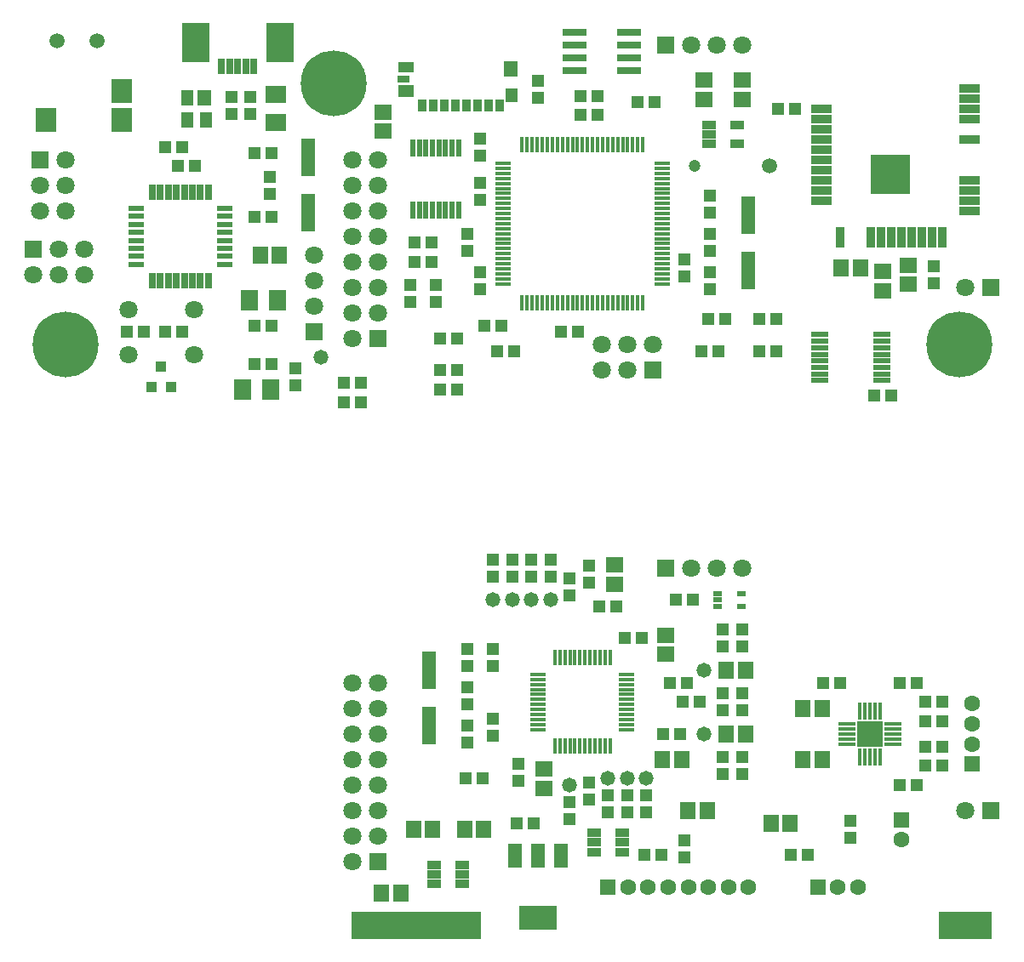
<source format=gts>
G04 #@! TF.GenerationSoftware,KiCad,Pcbnew,5.0.0-fee4fd1~65~ubuntu17.10.1*
G04 #@! TF.CreationDate,2018-10-29T15:17:38-04:00*
G04 #@! TF.ProjectId,panel,70616E656C2E6B696361645F70636200,B*
G04 #@! TF.SameCoordinates,Original*
G04 #@! TF.FileFunction,Soldermask,Top*
G04 #@! TF.FilePolarity,Negative*
%FSLAX46Y46*%
G04 Gerber Fmt 4.6, Leading zero omitted, Abs format (unit mm)*
G04 Created by KiCad (PCBNEW 5.0.0-fee4fd1~65~ubuntu17.10.1) date Mon Oct 29 15:17:38 2018*
%MOMM*%
%LPD*%
G01*
G04 APERTURE LIST*
%ADD10R,3.903200X3.903200*%
%ADD11R,2.108200X0.838200*%
%ADD12R,0.838200X2.108200*%
%ADD13R,0.903200X1.203200*%
%ADD14R,1.603200X1.303200*%
%ADD15R,1.203200X0.803200*%
%ADD16R,1.603200X1.103200*%
%ADD17R,1.203200X1.403200*%
%ADD18R,1.450000X1.500000*%
%ADD19R,1.003200X1.103200*%
%ADD20R,1.503200X1.703200*%
%ADD21R,1.303200X1.203200*%
%ADD22C,1.803200*%
%ADD23R,1.203200X1.303200*%
%ADD24R,1.803200X1.803200*%
%ADD25C,6.553200*%
%ADD26R,0.560000X1.660000*%
%ADD27R,1.660000X0.560000*%
%ADD28R,1.403200X3.703200*%
%ADD29R,2.703200X4.003200*%
%ADD30R,0.703200X1.603200*%
%ADD31R,2.003200X2.403200*%
%ADD32C,1.503200*%
%ADD33R,2.403200X0.803200*%
%ADD34R,1.600000X0.600000*%
%ADD35R,0.700000X1.600000*%
%ADD36R,1.560000X0.410000*%
%ADD37R,0.410000X1.560000*%
%ADD38R,1.703200X1.503200*%
%ADD39R,1.403200X0.853200*%
%ADD40R,1.803200X2.003200*%
%ADD41C,1.203200*%
%ADD42C,1.473200*%
%ADD43R,1.203200X1.643200*%
%ADD44R,1.403200X1.643200*%
%ADD45R,2.003200X1.803200*%
%ADD46R,0.960000X0.560000*%
%ADD47R,1.422400X2.438400*%
%ADD48R,3.803200X2.403200*%
%ADD49C,1.603200*%
%ADD50R,1.603200X1.603200*%
%ADD51R,5.283200X2.743200*%
%ADD52R,12.903200X2.743200*%
%ADD53R,1.360000X0.810000*%
%ADD54R,1.660000X0.390000*%
%ADD55R,0.390000X1.660000*%
%ADD56R,2.603200X2.603200*%
G04 APERTURE END LIST*
D10*
G04 #@! TO.C,U4*
X162077400Y-59258200D03*
D11*
X155194000Y-61849000D03*
X155194000Y-60833000D03*
X155194000Y-59817000D03*
X155194000Y-58801000D03*
X155194000Y-57785000D03*
X155194000Y-56769000D03*
X155194000Y-55753000D03*
X155194000Y-54737000D03*
X155194000Y-53721000D03*
X155194000Y-52705000D03*
D12*
X157099000Y-65532000D03*
X160147000Y-65532000D03*
X161163000Y-65532000D03*
X162179000Y-65532000D03*
X163195000Y-65532000D03*
X164211000Y-65532000D03*
X165227000Y-65532000D03*
X166243000Y-65532000D03*
X167259000Y-65532000D03*
D11*
X169926000Y-62865000D03*
X169926000Y-61849000D03*
X169926000Y-60833000D03*
X169926000Y-59817000D03*
X169926000Y-55753000D03*
X169926000Y-53721000D03*
X169926000Y-52705000D03*
X169926000Y-51689000D03*
X169926000Y-50673000D03*
G04 #@! TD*
D13*
G04 #@! TO.C,J5*
X115530000Y-52410000D03*
X116630000Y-52410000D03*
X117730000Y-52410000D03*
X118830000Y-52410000D03*
X119930000Y-52410000D03*
X121030000Y-52410000D03*
X122130000Y-52410000D03*
X123230000Y-52410000D03*
D14*
X113880000Y-50910000D03*
D15*
X113680000Y-49760000D03*
D16*
X113880000Y-48610000D03*
D17*
X124380000Y-51350000D03*
D18*
X124305000Y-48760000D03*
G04 #@! TD*
D19*
G04 #@! TO.C,Q1*
X88535000Y-80375000D03*
X90535000Y-80375000D03*
X89535000Y-78375000D03*
G04 #@! TD*
D20*
G04 #@! TO.C,C4*
X99380000Y-67310000D03*
X101280000Y-67310000D03*
G04 #@! TD*
D21*
G04 #@! TO.C,R24*
X122975000Y-76835000D03*
X124675000Y-76835000D03*
G04 #@! TD*
D22*
G04 #@! TO.C,SW1*
X92785000Y-72680000D03*
X86285000Y-72680000D03*
X86285000Y-77180000D03*
X92785000Y-77180000D03*
G04 #@! TD*
D23*
G04 #@! TO.C,C13*
X102870000Y-80225000D03*
X102870000Y-78525000D03*
G04 #@! TD*
D22*
G04 #@! TO.C,J12*
X169545000Y-70485000D03*
D24*
X172085000Y-70485000D03*
G04 #@! TD*
D25*
G04 #@! TO.C,H2*
X168910000Y-76200000D03*
G04 #@! TD*
G04 #@! TO.C,H3*
X106680000Y-50165000D03*
G04 #@! TD*
G04 #@! TO.C,H1*
X80010000Y-76200000D03*
G04 #@! TD*
D26*
G04 #@! TO.C,U7*
X114565000Y-56590000D03*
X115215000Y-56590000D03*
X115865000Y-56590000D03*
X116515000Y-56590000D03*
X117165000Y-56590000D03*
X117815000Y-56590000D03*
X118465000Y-56590000D03*
X119115000Y-56590000D03*
X114565000Y-62790000D03*
X115215000Y-62790000D03*
X115865000Y-62790000D03*
X116515000Y-62790000D03*
X117165000Y-62790000D03*
X117815000Y-62790000D03*
X118465000Y-62790000D03*
X119115000Y-62790000D03*
G04 #@! TD*
D27*
G04 #@! TO.C,U5*
X161215000Y-75195000D03*
X161215000Y-75845000D03*
X161215000Y-76495000D03*
X161215000Y-77145000D03*
X161215000Y-77795000D03*
X161215000Y-78445000D03*
X161215000Y-79095000D03*
X161215000Y-79745000D03*
X155015000Y-75195000D03*
X155015000Y-75845000D03*
X155015000Y-76495000D03*
X155015000Y-77145000D03*
X155015000Y-77795000D03*
X155015000Y-78445000D03*
X155015000Y-79095000D03*
X155015000Y-79745000D03*
G04 #@! TD*
D28*
G04 #@! TO.C,Y2*
X147955000Y-68790000D03*
X147955000Y-63290000D03*
G04 #@! TD*
G04 #@! TO.C,Y1*
X104140000Y-57575000D03*
X104140000Y-63075000D03*
G04 #@! TD*
D29*
G04 #@! TO.C,J2*
X101355000Y-46110000D03*
X92955000Y-46110000D03*
D30*
X95555000Y-48510000D03*
X98755000Y-48510000D03*
X97955000Y-48510000D03*
X96355000Y-48510000D03*
X97155000Y-48510000D03*
G04 #@! TD*
D31*
G04 #@! TO.C,J1*
X85645000Y-50910000D03*
X85645000Y-53810000D03*
X78045000Y-53810000D03*
D32*
X83145000Y-45910000D03*
X79145000Y-45910000D03*
G04 #@! TD*
D33*
G04 #@! TO.C,U2*
X136050000Y-48895000D03*
X136050000Y-47625000D03*
X136050000Y-45085000D03*
X130650000Y-48895000D03*
X130650000Y-47625000D03*
X130650000Y-45085000D03*
X136050000Y-46355000D03*
X130650000Y-46355000D03*
G04 #@! TD*
D34*
G04 #@! TO.C,U3*
X95840000Y-62605000D03*
X95840000Y-63405000D03*
X95840000Y-64205000D03*
X95840000Y-65005000D03*
X95840000Y-65805000D03*
X95840000Y-66605000D03*
X95840000Y-67405000D03*
X95840000Y-68205000D03*
D35*
X94240000Y-69805000D03*
X93440000Y-69805000D03*
X92640000Y-69805000D03*
X91840000Y-69805000D03*
X91040000Y-69805000D03*
X90240000Y-69805000D03*
X89440000Y-69805000D03*
X88640000Y-69805000D03*
D34*
X87040000Y-68205000D03*
X87040000Y-67405000D03*
X87040000Y-66605000D03*
X87040000Y-65805000D03*
X87040000Y-65005000D03*
X87040000Y-64205000D03*
X87040000Y-63405000D03*
X87040000Y-62605000D03*
D35*
X88640000Y-61005000D03*
X89440000Y-61005000D03*
X90240000Y-61005000D03*
X91040000Y-61005000D03*
X91840000Y-61005000D03*
X92640000Y-61005000D03*
X93440000Y-61005000D03*
X94240000Y-61005000D03*
G04 #@! TD*
D36*
G04 #@! TO.C,U1*
X123545000Y-70135000D03*
X123545000Y-69635000D03*
X123545000Y-69135000D03*
X123545000Y-68635000D03*
X123545000Y-68135000D03*
X123545000Y-67635000D03*
X123545000Y-67135000D03*
X123545000Y-66635000D03*
X123545000Y-66135000D03*
X123545000Y-65635000D03*
X123545000Y-65135000D03*
X123545000Y-64635000D03*
X123545000Y-64135000D03*
X123545000Y-63635000D03*
X123545000Y-63135000D03*
X123545000Y-62635000D03*
X123545000Y-62135000D03*
X123545000Y-61635000D03*
X123545000Y-61135000D03*
X123545000Y-60635000D03*
X123545000Y-60135000D03*
X123545000Y-59635000D03*
X123545000Y-59135000D03*
X123545000Y-58635000D03*
X123545000Y-58135000D03*
D37*
X125445000Y-56235000D03*
X125945000Y-56235000D03*
X126445000Y-56235000D03*
X126945000Y-56235000D03*
X127445000Y-56235000D03*
X127945000Y-56235000D03*
X128445000Y-56235000D03*
X128945000Y-56235000D03*
X129445000Y-56235000D03*
X129945000Y-56235000D03*
X130445000Y-56235000D03*
X130945000Y-56235000D03*
X131445000Y-56235000D03*
X131945000Y-56235000D03*
X132445000Y-56235000D03*
X132945000Y-56235000D03*
X133445000Y-56235000D03*
X133945000Y-56235000D03*
X134445000Y-56235000D03*
X134945000Y-56235000D03*
X135445000Y-56235000D03*
X135945000Y-56235000D03*
X136445000Y-56235000D03*
X136945000Y-56235000D03*
X137445000Y-56235000D03*
D36*
X139345000Y-58135000D03*
X139345000Y-58635000D03*
X139345000Y-59135000D03*
X139345000Y-59635000D03*
X139345000Y-60135000D03*
X139345000Y-60635000D03*
X139345000Y-61135000D03*
X139345000Y-61635000D03*
X139345000Y-62135000D03*
X139345000Y-62635000D03*
X139345000Y-63135000D03*
X139345000Y-63635000D03*
X139345000Y-64135000D03*
X139345000Y-64635000D03*
X139345000Y-65135000D03*
X139345000Y-65635000D03*
X139345000Y-66135000D03*
X139345000Y-66635000D03*
X139345000Y-67135000D03*
X139345000Y-67635000D03*
X139345000Y-68135000D03*
X139345000Y-68635000D03*
X139345000Y-69135000D03*
X139345000Y-69635000D03*
X139345000Y-70135000D03*
D37*
X137445000Y-72035000D03*
X136945000Y-72035000D03*
X136445000Y-72035000D03*
X135945000Y-72035000D03*
X135445000Y-72035000D03*
X134945000Y-72035000D03*
X134445000Y-72035000D03*
X133945000Y-72035000D03*
X133445000Y-72035000D03*
X132945000Y-72035000D03*
X132445000Y-72035000D03*
X131945000Y-72035000D03*
X131445000Y-72035000D03*
X130945000Y-72035000D03*
X130445000Y-72035000D03*
X129945000Y-72035000D03*
X129445000Y-72035000D03*
X128945000Y-72035000D03*
X128445000Y-72035000D03*
X127945000Y-72035000D03*
X127445000Y-72035000D03*
X126945000Y-72035000D03*
X126445000Y-72035000D03*
X125945000Y-72035000D03*
X125445000Y-72035000D03*
G04 #@! TD*
D23*
G04 #@! TO.C,C26*
X121285000Y-61810000D03*
X121285000Y-60110000D03*
G04 #@! TD*
D21*
G04 #@! TO.C,C25*
X131230000Y-53340000D03*
X132930000Y-53340000D03*
G04 #@! TD*
D23*
G04 #@! TO.C,R8*
X144145000Y-66890000D03*
X144145000Y-65190000D03*
G04 #@! TD*
G04 #@! TO.C,R7*
X100330000Y-61175000D03*
X100330000Y-59475000D03*
G04 #@! TD*
D21*
G04 #@! TO.C,R5*
X98845000Y-74295000D03*
X100545000Y-74295000D03*
G04 #@! TD*
D23*
G04 #@! TO.C,R4*
X96520000Y-53237500D03*
X96520000Y-51537500D03*
G04 #@! TD*
G04 #@! TO.C,R3*
X98425000Y-51537500D03*
X98425000Y-53237500D03*
G04 #@! TD*
D24*
G04 #@! TO.C,J10*
X77470000Y-57785000D03*
D22*
X80010000Y-57785000D03*
X77470000Y-60325000D03*
X80010000Y-60325000D03*
X77470000Y-62865000D03*
X80010000Y-62865000D03*
G04 #@! TD*
D38*
G04 #@! TO.C,C20*
X147320000Y-51750000D03*
X147320000Y-49850000D03*
G04 #@! TD*
G04 #@! TO.C,C19*
X143510000Y-49850000D03*
X143510000Y-51750000D03*
G04 #@! TD*
D39*
G04 #@! TO.C,U6*
X144015000Y-54295000D03*
X144015000Y-55245000D03*
X144015000Y-56195000D03*
X146815000Y-56195000D03*
X146815000Y-54295000D03*
G04 #@! TD*
D22*
G04 #@! TO.C,J7*
X133350000Y-76200000D03*
X133350000Y-78740000D03*
X135890000Y-76200000D03*
X135890000Y-78740000D03*
X138430000Y-76200000D03*
D24*
X138430000Y-78740000D03*
G04 #@! TD*
D21*
G04 #@! TO.C,C12*
X118960000Y-80645000D03*
X117260000Y-80645000D03*
G04 #@! TD*
D22*
G04 #@! TO.C,J3*
X147320000Y-46355000D03*
X144780000Y-46355000D03*
X142240000Y-46355000D03*
D24*
X139700000Y-46355000D03*
G04 #@! TD*
D21*
G04 #@! TO.C,C1*
X98845000Y-57150000D03*
X100545000Y-57150000D03*
G04 #@! TD*
G04 #@! TO.C,C2*
X98845000Y-63500000D03*
X100545000Y-63500000D03*
G04 #@! TD*
G04 #@! TO.C,C5*
X91655000Y-56515000D03*
X89955000Y-56515000D03*
G04 #@! TD*
G04 #@! TO.C,C6*
X98845000Y-78105000D03*
X100545000Y-78105000D03*
G04 #@! TD*
D23*
G04 #@! TO.C,C7*
X144145000Y-70700000D03*
X144145000Y-69000000D03*
G04 #@! TD*
G04 #@! TO.C,C8*
X144145000Y-61380000D03*
X144145000Y-63080000D03*
G04 #@! TD*
D21*
G04 #@! TO.C,C9*
X162140000Y-81280000D03*
X160440000Y-81280000D03*
G04 #@! TD*
D23*
G04 #@! TO.C,C10*
X141605000Y-69430000D03*
X141605000Y-67730000D03*
G04 #@! TD*
D22*
G04 #@! TO.C,J4*
X81915000Y-69215000D03*
X81915000Y-66675000D03*
X79375000Y-69215000D03*
X79375000Y-66675000D03*
X76835000Y-69215000D03*
D24*
X76835000Y-66675000D03*
G04 #@! TD*
D22*
G04 #@! TO.C,J9*
X108585000Y-57785000D03*
X111125000Y-57785000D03*
X108585000Y-60325000D03*
X111125000Y-60325000D03*
X108585000Y-62865000D03*
X111125000Y-62865000D03*
X108585000Y-65405000D03*
X111125000Y-65405000D03*
X108585000Y-67945000D03*
X111125000Y-67945000D03*
X108585000Y-70485000D03*
X111125000Y-70485000D03*
X108585000Y-73025000D03*
X111125000Y-73025000D03*
X108585000Y-75565000D03*
D24*
X111125000Y-75565000D03*
G04 #@! TD*
D21*
G04 #@! TO.C,R10*
X150915000Y-52705000D03*
X152615000Y-52705000D03*
G04 #@! TD*
G04 #@! TO.C,C11*
X92925000Y-58420000D03*
X91225000Y-58420000D03*
G04 #@! TD*
G04 #@! TO.C,R6*
X107735000Y-80010000D03*
X109435000Y-80010000D03*
G04 #@! TD*
G04 #@! TO.C,R9*
X117260000Y-78740000D03*
X118960000Y-78740000D03*
G04 #@! TD*
G04 #@! TO.C,R11*
X136945000Y-52070000D03*
X138645000Y-52070000D03*
G04 #@! TD*
D23*
G04 #@! TO.C,C15*
X166370000Y-68365000D03*
X166370000Y-70065000D03*
G04 #@! TD*
D38*
G04 #@! TO.C,C16*
X161290000Y-68900000D03*
X161290000Y-70800000D03*
G04 #@! TD*
G04 #@! TO.C,C18*
X163830000Y-68265000D03*
X163830000Y-70165000D03*
G04 #@! TD*
D21*
G04 #@! TO.C,R12*
X143295000Y-76835000D03*
X144995000Y-76835000D03*
G04 #@! TD*
G04 #@! TO.C,R13*
X149010000Y-73660000D03*
X150710000Y-73660000D03*
G04 #@! TD*
G04 #@! TO.C,R14*
X150710000Y-76835000D03*
X149010000Y-76835000D03*
G04 #@! TD*
D20*
G04 #@! TO.C,C17*
X157165000Y-68580000D03*
X159065000Y-68580000D03*
G04 #@! TD*
D38*
G04 #@! TO.C,C21*
X111633000Y-54925000D03*
X111633000Y-53025000D03*
G04 #@! TD*
D21*
G04 #@! TO.C,R15*
X114720000Y-67945000D03*
X116420000Y-67945000D03*
G04 #@! TD*
D23*
G04 #@! TO.C,R16*
X120015000Y-66890000D03*
X120015000Y-65190000D03*
G04 #@! TD*
D21*
G04 #@! TO.C,R17*
X114720000Y-66040000D03*
X116420000Y-66040000D03*
G04 #@! TD*
G04 #@! TO.C,R18*
X143930000Y-73660000D03*
X145630000Y-73660000D03*
G04 #@! TD*
G04 #@! TO.C,C22*
X131025000Y-74930000D03*
X129325000Y-74930000D03*
G04 #@! TD*
D23*
G04 #@! TO.C,C23*
X121285000Y-69000000D03*
X121285000Y-70700000D03*
G04 #@! TD*
D21*
G04 #@! TO.C,C24*
X117260000Y-75565000D03*
X118960000Y-75565000D03*
G04 #@! TD*
D23*
G04 #@! TO.C,C3*
X121285000Y-57365000D03*
X121285000Y-55665000D03*
G04 #@! TD*
D21*
G04 #@! TO.C,R23*
X109435000Y-81915000D03*
X107735000Y-81915000D03*
G04 #@! TD*
D40*
G04 #@! TO.C,D1*
X100460000Y-80645000D03*
X97660000Y-80645000D03*
G04 #@! TD*
G04 #@! TO.C,D2*
X101095000Y-71755000D03*
X98295000Y-71755000D03*
G04 #@! TD*
D24*
G04 #@! TO.C,J6*
X104775000Y-74930000D03*
D22*
X104775000Y-72390000D03*
X104775000Y-69850000D03*
X104775000Y-67310000D03*
G04 #@! TD*
D21*
G04 #@! TO.C,R19*
X121705000Y-74295000D03*
X123405000Y-74295000D03*
G04 #@! TD*
D32*
G04 #@! TO.C,B1*
X150065000Y-58420000D03*
D41*
X142615000Y-58420000D03*
G04 #@! TD*
D42*
G04 #@! TO.C,TP2*
X105410000Y-77470000D03*
G04 #@! TD*
D23*
G04 #@! TO.C,C14*
X127000000Y-51650000D03*
X127000000Y-49950000D03*
G04 #@! TD*
G04 #@! TO.C,R20*
X114300000Y-70270000D03*
X114300000Y-71970000D03*
G04 #@! TD*
G04 #@! TO.C,R21*
X116840000Y-71970000D03*
X116840000Y-70270000D03*
G04 #@! TD*
D21*
G04 #@! TO.C,R22*
X131230000Y-51435000D03*
X132930000Y-51435000D03*
G04 #@! TD*
D43*
G04 #@! TO.C,DA1*
X94034156Y-53791202D03*
X92134156Y-53791202D03*
X92134156Y-51591202D03*
D44*
X93834156Y-51591202D03*
G04 #@! TD*
D45*
G04 #@! TO.C,F1*
X100965000Y-51305000D03*
X100965000Y-54105000D03*
G04 #@! TD*
D21*
G04 #@! TO.C,R1*
X86145000Y-74930000D03*
X87845000Y-74930000D03*
G04 #@! TD*
G04 #@! TO.C,R2*
X89955000Y-74930000D03*
X91655000Y-74930000D03*
G04 #@! TD*
D46*
G04 #@! TO.C,U2*
X147250000Y-100950000D03*
X147250000Y-102250000D03*
X144850000Y-102250000D03*
X144850000Y-101600000D03*
X144850000Y-100950000D03*
G04 #@! TD*
D47*
G04 #@! TO.C,Q1*
X129311400Y-127076200D03*
X127000000Y-127076200D03*
X124688600Y-127076200D03*
D48*
X127000000Y-133274000D03*
G04 #@! TD*
D49*
G04 #@! TO.C,J7*
X163195000Y-125460000D03*
D50*
X163195000Y-123460000D03*
G04 #@! TD*
D42*
G04 #@! TO.C,TP1*
X133985000Y-119380000D03*
G04 #@! TD*
G04 #@! TO.C,TP2*
X135890000Y-119380000D03*
G04 #@! TD*
G04 #@! TO.C,TP3*
X128270000Y-101600000D03*
G04 #@! TD*
G04 #@! TO.C,TP4*
X126365000Y-101600000D03*
G04 #@! TD*
G04 #@! TO.C,TP5*
X137795000Y-119380000D03*
G04 #@! TD*
G04 #@! TO.C,TP6*
X130175000Y-120015000D03*
G04 #@! TD*
G04 #@! TO.C,TP7*
X124460000Y-101600000D03*
G04 #@! TD*
G04 #@! TO.C,TP8*
X122555000Y-101600000D03*
G04 #@! TD*
G04 #@! TO.C,TP9*
X143510000Y-108585000D03*
G04 #@! TD*
G04 #@! TO.C,TP10*
X143510000Y-114935000D03*
G04 #@! TD*
D28*
G04 #@! TO.C,Y1*
X116205000Y-114085000D03*
X116205000Y-108585000D03*
G04 #@! TD*
D51*
G04 #@! TO.C,H2*
X169545000Y-133985000D03*
G04 #@! TD*
D52*
G04 #@! TO.C,H1*
X114935000Y-133985000D03*
G04 #@! TD*
D50*
G04 #@! TO.C,J1*
X154845000Y-130175000D03*
D49*
X156845000Y-130175000D03*
X158845000Y-130175000D03*
G04 #@! TD*
D50*
G04 #@! TO.C,J2*
X133970000Y-130175000D03*
D49*
X135970000Y-130175000D03*
X137970000Y-130175000D03*
X139970000Y-130175000D03*
X141970000Y-130175000D03*
X143970000Y-130175000D03*
X145970000Y-130175000D03*
X147970000Y-130175000D03*
G04 #@! TD*
D50*
G04 #@! TO.C,J3*
X170180000Y-117935000D03*
D49*
X170180000Y-115935000D03*
X170180000Y-113935000D03*
X170180000Y-111935000D03*
G04 #@! TD*
D24*
G04 #@! TO.C,J5*
X139700000Y-98425000D03*
D22*
X142240000Y-98425000D03*
X144780000Y-98425000D03*
X147320000Y-98425000D03*
G04 #@! TD*
D24*
G04 #@! TO.C,J4*
X111125000Y-127635000D03*
D22*
X108585000Y-127635000D03*
X111125000Y-125095000D03*
X108585000Y-125095000D03*
X111125000Y-122555000D03*
X108585000Y-122555000D03*
X111125000Y-120015000D03*
X108585000Y-120015000D03*
X111125000Y-117475000D03*
X108585000Y-117475000D03*
X111125000Y-114935000D03*
X108585000Y-114935000D03*
X111125000Y-112395000D03*
X108585000Y-112395000D03*
X111125000Y-109855000D03*
X108585000Y-109855000D03*
G04 #@! TD*
D23*
G04 #@! TO.C,R1*
X141605000Y-125515000D03*
X141605000Y-127215000D03*
G04 #@! TD*
G04 #@! TO.C,C1*
X132080000Y-98210000D03*
X132080000Y-99910000D03*
G04 #@! TD*
G04 #@! TO.C,C2*
X130175000Y-101180000D03*
X130175000Y-99480000D03*
G04 #@! TD*
G04 #@! TO.C,C3*
X125095000Y-119595000D03*
X125095000Y-117895000D03*
G04 #@! TD*
G04 #@! TO.C,C4*
X132080000Y-121500000D03*
X132080000Y-119800000D03*
G04 #@! TD*
G04 #@! TO.C,C5*
X122555000Y-113450000D03*
X122555000Y-115150000D03*
G04 #@! TD*
D21*
G04 #@! TO.C,C6*
X133135000Y-102235000D03*
X134835000Y-102235000D03*
G04 #@! TD*
D23*
G04 #@! TO.C,C7*
X122555000Y-108165000D03*
X122555000Y-106465000D03*
G04 #@! TD*
D21*
G04 #@! TO.C,C8*
X141185000Y-114935000D03*
X139485000Y-114935000D03*
G04 #@! TD*
G04 #@! TO.C,C9*
X143090000Y-111760000D03*
X141390000Y-111760000D03*
G04 #@! TD*
G04 #@! TO.C,C10*
X140120000Y-109855000D03*
X141820000Y-109855000D03*
G04 #@! TD*
D38*
G04 #@! TO.C,C11*
X127635000Y-118430000D03*
X127635000Y-120330000D03*
G04 #@! TD*
D23*
G04 #@! TO.C,C12*
X120015000Y-114085000D03*
X120015000Y-115785000D03*
G04 #@! TD*
G04 #@! TO.C,C13*
X120015000Y-108165000D03*
X120015000Y-106465000D03*
G04 #@! TD*
D38*
G04 #@! TO.C,C14*
X134620000Y-98110000D03*
X134620000Y-100010000D03*
G04 #@! TD*
G04 #@! TO.C,C15*
X139700000Y-105095000D03*
X139700000Y-106995000D03*
G04 #@! TD*
D20*
G04 #@! TO.C,C16*
X139385000Y-117475000D03*
X141285000Y-117475000D03*
G04 #@! TD*
D23*
G04 #@! TO.C,C17*
X147320000Y-110910000D03*
X147320000Y-112610000D03*
G04 #@! TD*
G04 #@! TO.C,C18*
X147320000Y-106260000D03*
X147320000Y-104560000D03*
G04 #@! TD*
G04 #@! TO.C,C19*
X147320000Y-117260000D03*
X147320000Y-118960000D03*
G04 #@! TD*
D20*
G04 #@! TO.C,C20*
X147635000Y-108585000D03*
X145735000Y-108585000D03*
G04 #@! TD*
G04 #@! TO.C,C21*
X153355000Y-117475000D03*
X155255000Y-117475000D03*
G04 #@! TD*
G04 #@! TO.C,C22*
X155255000Y-112395000D03*
X153355000Y-112395000D03*
G04 #@! TD*
G04 #@! TO.C,C23*
X145735000Y-114935000D03*
X147635000Y-114935000D03*
G04 #@! TD*
G04 #@! TO.C,C24*
X119700000Y-124460000D03*
X121600000Y-124460000D03*
G04 #@! TD*
G04 #@! TO.C,C25*
X114620000Y-124460000D03*
X116520000Y-124460000D03*
G04 #@! TD*
D21*
G04 #@! TO.C,C26*
X157060000Y-109855000D03*
X155360000Y-109855000D03*
G04 #@! TD*
G04 #@! TO.C,C27*
X137580000Y-127000000D03*
X139280000Y-127000000D03*
G04 #@! TD*
G04 #@! TO.C,R2*
X124880000Y-123825000D03*
X126580000Y-123825000D03*
G04 #@! TD*
G04 #@! TO.C,R3*
X152185000Y-127000000D03*
X153885000Y-127000000D03*
G04 #@! TD*
G04 #@! TO.C,R4*
X137375000Y-105410000D03*
X135675000Y-105410000D03*
G04 #@! TD*
D23*
G04 #@! TO.C,R5*
X120015000Y-111975000D03*
X120015000Y-110275000D03*
G04 #@! TD*
D21*
G04 #@! TO.C,R6*
X119800000Y-119380000D03*
X121500000Y-119380000D03*
G04 #@! TD*
D23*
G04 #@! TO.C,R7*
X158115000Y-123610000D03*
X158115000Y-125310000D03*
G04 #@! TD*
G04 #@! TO.C,R8*
X145415000Y-112610000D03*
X145415000Y-110910000D03*
G04 #@! TD*
G04 #@! TO.C,R9*
X145415000Y-104560000D03*
X145415000Y-106260000D03*
G04 #@! TD*
G04 #@! TO.C,R10*
X145415000Y-117260000D03*
X145415000Y-118960000D03*
G04 #@! TD*
D21*
G04 #@! TO.C,R11*
X140755000Y-101600000D03*
X142455000Y-101600000D03*
G04 #@! TD*
D23*
G04 #@! TO.C,R12*
X135890000Y-121070000D03*
X135890000Y-122770000D03*
G04 #@! TD*
G04 #@! TO.C,R13*
X126365000Y-97575000D03*
X126365000Y-99275000D03*
G04 #@! TD*
G04 #@! TO.C,R14*
X130175000Y-121705000D03*
X130175000Y-123405000D03*
G04 #@! TD*
G04 #@! TO.C,R15*
X122555000Y-97575000D03*
X122555000Y-99275000D03*
G04 #@! TD*
G04 #@! TO.C,R16*
X133985000Y-122770000D03*
X133985000Y-121070000D03*
G04 #@! TD*
G04 #@! TO.C,R17*
X128270000Y-97575000D03*
X128270000Y-99275000D03*
G04 #@! TD*
G04 #@! TO.C,R18*
X137795000Y-122770000D03*
X137795000Y-121070000D03*
G04 #@! TD*
G04 #@! TO.C,R19*
X124460000Y-99275000D03*
X124460000Y-97575000D03*
G04 #@! TD*
D53*
G04 #@! TO.C,U3*
X119510000Y-127955000D03*
X119510000Y-128905000D03*
X119510000Y-129855000D03*
X116710000Y-129855000D03*
X116710000Y-128905000D03*
X116710000Y-127955000D03*
G04 #@! TD*
D54*
G04 #@! TO.C,U4*
X157720000Y-114935000D03*
X157720000Y-115435000D03*
X157720000Y-115935000D03*
X157720000Y-114435000D03*
X157720000Y-113935000D03*
D55*
X160020000Y-112635000D03*
X159520000Y-112635000D03*
X159020000Y-112635000D03*
X160520000Y-112635000D03*
X161020000Y-112635000D03*
D54*
X162320000Y-114935000D03*
X162320000Y-115435000D03*
X162320000Y-115935000D03*
X162320000Y-114435000D03*
X162320000Y-113935000D03*
D55*
X160020000Y-117235000D03*
X160520000Y-117235000D03*
X161020000Y-117235000D03*
X159520000Y-117235000D03*
X159020000Y-117235000D03*
D56*
X160020000Y-114935000D03*
G04 #@! TD*
D53*
G04 #@! TO.C,U5*
X132585000Y-124780000D03*
X132585000Y-125730000D03*
X132585000Y-126680000D03*
X135385000Y-126680000D03*
X135385000Y-125730000D03*
X135385000Y-124780000D03*
G04 #@! TD*
D37*
G04 #@! TO.C,U1*
X134195000Y-107360000D03*
X133695000Y-107360000D03*
X133195000Y-107360000D03*
X132695000Y-107360000D03*
X132195000Y-107360000D03*
X131695000Y-107360000D03*
X131195000Y-107360000D03*
X130695000Y-107360000D03*
X130195000Y-107360000D03*
X129695000Y-107360000D03*
X129195000Y-107360000D03*
X128695000Y-107360000D03*
D36*
X127045000Y-109010000D03*
X127045000Y-109510000D03*
X127045000Y-110010000D03*
X127045000Y-110510000D03*
X127045000Y-111010000D03*
X127045000Y-111510000D03*
X127045000Y-112010000D03*
X127045000Y-112510000D03*
X127045000Y-113010000D03*
X127045000Y-113510000D03*
X127045000Y-114010000D03*
X127045000Y-114510000D03*
D37*
X128695000Y-116160000D03*
X129195000Y-116160000D03*
X129695000Y-116160000D03*
X130195000Y-116160000D03*
X130695000Y-116160000D03*
D36*
X135845000Y-112510000D03*
D37*
X131695000Y-116160000D03*
X132195000Y-116160000D03*
X131195000Y-116160000D03*
X132695000Y-116160000D03*
X133195000Y-116160000D03*
X133695000Y-116160000D03*
X134195000Y-116160000D03*
D36*
X135845000Y-114510000D03*
X135845000Y-114010000D03*
X135845000Y-113510000D03*
X135845000Y-113010000D03*
X135845000Y-112010000D03*
X135845000Y-111510000D03*
X135845000Y-111010000D03*
X135845000Y-110510000D03*
X135845000Y-110010000D03*
X135845000Y-109510000D03*
X135845000Y-109010000D03*
G04 #@! TD*
D20*
G04 #@! TO.C,C28*
X111445000Y-130810000D03*
X113345000Y-130810000D03*
G04 #@! TD*
D21*
G04 #@! TO.C,C29*
X162980000Y-120015000D03*
X164680000Y-120015000D03*
G04 #@! TD*
G04 #@! TO.C,C30*
X164680000Y-109855000D03*
X162980000Y-109855000D03*
G04 #@! TD*
D20*
G04 #@! TO.C,L1*
X143825000Y-122555000D03*
X141925000Y-122555000D03*
G04 #@! TD*
G04 #@! TO.C,L2*
X152080000Y-123825000D03*
X150180000Y-123825000D03*
G04 #@! TD*
D24*
G04 #@! TO.C,J6*
X172085000Y-122555000D03*
D22*
X169545000Y-122555000D03*
G04 #@! TD*
D21*
G04 #@! TO.C,L3*
X165520000Y-116205000D03*
X167220000Y-116205000D03*
G04 #@! TD*
G04 #@! TO.C,L4*
X167220000Y-118110000D03*
X165520000Y-118110000D03*
G04 #@! TD*
G04 #@! TO.C,L5*
X165520000Y-111760000D03*
X167220000Y-111760000D03*
G04 #@! TD*
G04 #@! TO.C,L6*
X167220000Y-113665000D03*
X165520000Y-113665000D03*
G04 #@! TD*
M02*

</source>
